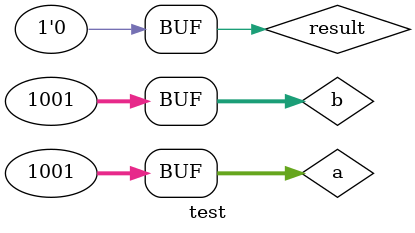
<source format=v>
/*
 * Copyright (c) 2000 Steven Wilson (stevew@homeaddress.org)
 *
 *    This source code is free software; you can redistribute it
 *    and/or modify it in source code form under the terms of the GNU
 *    General Public License as published by the Free Software
 *    Foundation; either version 2 of the License, or (at your option)
 *    any later version.
 *
 *    This program is distributed in the hope that it will be useful,
 *    but WITHOUT ANY WARRANTY; without even the implied warranty of
 *    MERCHANTABILITY or FITNESS FOR A PARTICULAR PURPOSE.  See the
 *    GNU General Public License for more details.
 *
 *    You should have received a copy of the GNU General Public License
 *    along with this program; if not, write to the Free Software
 *    Foundation, Inc., 59 Temple Place - Suite 330, Boston, MA 02111-1307, USA
 */

/*
 *  This test looks for != operation in a continuous assignment.
 */
module test;

integer a;
integer b;
wire  result;
integer error;

assign result = (a != b);

initial
  begin
    a =  0;
    b = 0;
    error = 0;
    #5 ;
    if( result === 1'b1)
       error =1;
    a = 1;
    #5;
    if( result === 1'b0)
       error =1;

    b = 1;
    #5 ;
    if( result === 1'b1)
       error =1;

    a = 1002;
    b = 1001;
    #5 ;
    if( result === 1'b0)
       error =1;
    a = 1001;
    #5 ;
    if( result === 1'b1)
       error =1;

    if(error === 0)
	    $display("PASSED");
    else
	    $display("FAILED");
  end

endmodule

</source>
